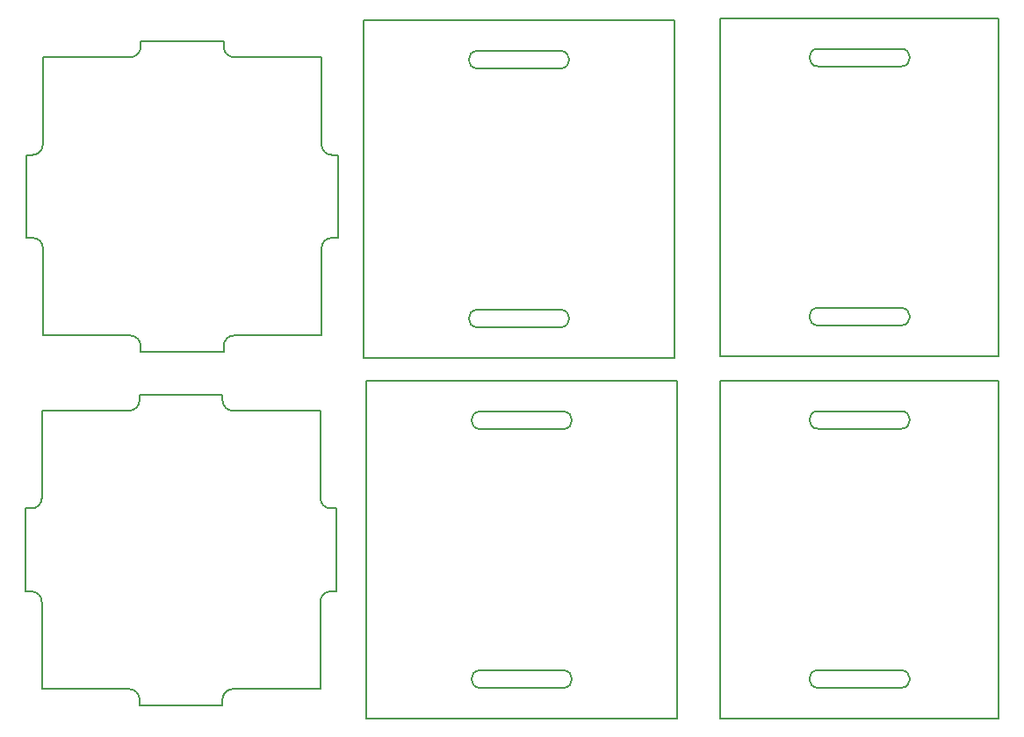
<source format=gbr>
G04 #@! TF.GenerationSoftware,KiCad,Pcbnew,(5.1.2-1)-1*
G04 #@! TF.CreationDate,2019-05-11T16:38:28-07:00*
G04 #@! TF.ProjectId,cube - v2,63756265-202d-4207-9632-2e6b69636164,rev?*
G04 #@! TF.SameCoordinates,Original*
G04 #@! TF.FileFunction,Profile,NP*
%FSLAX46Y46*%
G04 Gerber Fmt 4.6, Leading zero omitted, Abs format (unit mm)*
G04 Created by KiCad (PCBNEW (5.1.2-1)-1) date 2019-05-11 16:38:28*
%MOMM*%
%LPD*%
G04 APERTURE LIST*
%ADD10C,0.200000*%
G04 APERTURE END LIST*
D10*
X154717502Y-110915000D02*
X154717502Y-143485000D01*
X154717502Y-110915000D02*
X181577501Y-110915000D01*
X164147500Y-138850000D02*
X172147501Y-138850000D01*
X164147500Y-115549999D02*
X172147501Y-115550000D01*
X172147501Y-113849998D02*
G75*
G02X172147501Y-115550000I0J-850001D01*
G01*
X164147500Y-113849999D02*
X172147501Y-113849999D01*
X164147500Y-115549998D02*
G75*
G02X164147500Y-113850000I0J849999D01*
G01*
X164147500Y-140550000D02*
X172147501Y-140550000D01*
X172147501Y-138850000D02*
G75*
G02X172147501Y-140550000I0J-850000D01*
G01*
X181577501Y-110915000D02*
X181577501Y-143485000D01*
X154717502Y-143485000D02*
X181577501Y-143485000D01*
X164147500Y-140550000D02*
G75*
G02X164147500Y-138850000I0J850000D01*
G01*
X172147501Y-78881499D02*
G75*
G02X172147501Y-80581501I0J-850001D01*
G01*
X164147500Y-105581501D02*
X172147501Y-105581501D01*
X172147501Y-103881501D02*
G75*
G02X172147501Y-105581501I0J-850000D01*
G01*
X164147500Y-105581501D02*
G75*
G02X164147500Y-103881501I0J850000D01*
G01*
X164147500Y-103881501D02*
X172147501Y-103881501D01*
X181577501Y-75946501D02*
X181577501Y-108516501D01*
X154717502Y-108516501D02*
X181577501Y-108516501D01*
X154717502Y-75946501D02*
X154717502Y-108516501D01*
X154717502Y-75946501D02*
X181577501Y-75946501D01*
X164147500Y-78881500D02*
X172147501Y-78881500D01*
X164147500Y-80581499D02*
G75*
G02X164147500Y-78881501I0J849999D01*
G01*
X164147500Y-80581500D02*
X172147501Y-80581501D01*
X131572999Y-138850000D02*
X139573000Y-138850000D01*
X131572999Y-140550000D02*
G75*
G02X131572999Y-138850000I0J850000D01*
G01*
X150573000Y-110930000D02*
X150573000Y-143500000D01*
X120573000Y-143500000D02*
X150573000Y-143500000D01*
X120573000Y-110930000D02*
X120573000Y-143500000D01*
X120573000Y-110930000D02*
X150573000Y-110930000D01*
X131572999Y-113879999D02*
X139573000Y-113879999D01*
X131572999Y-115580001D02*
G75*
G02X131572999Y-113879999I0J850001D01*
G01*
X131572999Y-115579999D02*
X139573000Y-115579999D01*
X139573000Y-113880000D02*
G75*
G02X139573000Y-115580000I0J-850000D01*
G01*
X131572999Y-140550000D02*
X139573000Y-140550000D01*
X139573000Y-138850000D02*
G75*
G02X139573000Y-140550000I0J-850000D01*
G01*
X131304499Y-80786501D02*
G75*
G02X131304499Y-79086499I0J850001D01*
G01*
X120304500Y-108706500D02*
X150304500Y-108706500D01*
X139304500Y-104056500D02*
G75*
G02X139304500Y-105756500I0J-850000D01*
G01*
X131304499Y-79086499D02*
X139304500Y-79086499D01*
X131304499Y-80786499D02*
X139304500Y-80786499D01*
X120304500Y-76136500D02*
X150304500Y-76136500D01*
X139304500Y-79086500D02*
G75*
G02X139304500Y-80786500I0J-850000D01*
G01*
X120304500Y-76136500D02*
X120304500Y-108706500D01*
X131304499Y-105756500D02*
X139304500Y-105756500D01*
X131304499Y-105756500D02*
G75*
G02X131304499Y-104056500I0J850000D01*
G01*
X131304499Y-104056500D02*
X139304500Y-104056500D01*
X150304500Y-76136500D02*
X150304500Y-108706500D01*
X97837998Y-79692501D02*
X89408000Y-79692500D01*
X98837998Y-78692501D02*
G75*
G02X97837998Y-79692501I-1000000J0D01*
G01*
X98837999Y-78692501D02*
X98837998Y-78122501D01*
X98837998Y-78122501D02*
X106837999Y-78122501D01*
X106837998Y-78692501D02*
X106837999Y-78122501D01*
X107837999Y-79692501D02*
G75*
G02X106837999Y-78692501I0J1000000D01*
G01*
X116267999Y-79692501D02*
X107837999Y-79692501D01*
X116267999Y-79692501D02*
X116267999Y-88122501D01*
X117267999Y-89122502D02*
G75*
G02X116267998Y-88122501I0J1000001D01*
G01*
X117267999Y-89122501D02*
X117837999Y-89122501D01*
X117837999Y-89122501D02*
X117837999Y-97122501D01*
X117267999Y-97122501D02*
X117837999Y-97122501D01*
X116267999Y-98122501D02*
G75*
G02X117267999Y-97122501I1000000J0D01*
G01*
X116267999Y-98122500D02*
X116267999Y-106552501D01*
X116267999Y-106552501D02*
X107837999Y-106552500D01*
X106837998Y-107552501D02*
G75*
G02X107837999Y-106552500I1000001J0D01*
G01*
X106837998Y-107552501D02*
X106837999Y-108122501D01*
X98837998Y-108122501D02*
X106837999Y-108122501D01*
X98837998Y-107552501D02*
X98837998Y-108122501D01*
X97837998Y-106552500D02*
G75*
G02X98837998Y-107552500I0J-1000000D01*
G01*
X97837998Y-106552501D02*
X89408000Y-106552501D01*
X89408000Y-98122501D02*
X89408000Y-106552501D01*
X88407999Y-97122500D02*
G75*
G02X89408000Y-98122501I0J-1000001D01*
G01*
X88407999Y-97122500D02*
X87837999Y-97122500D01*
X87837999Y-89122500D02*
X87837999Y-97122500D01*
X88407999Y-89122501D02*
X87837999Y-89122500D01*
X89407999Y-88122501D02*
G75*
G02X88407999Y-89122501I-1000000J0D01*
G01*
X89408000Y-79692500D02*
X89408000Y-88122501D01*
X98727499Y-112237500D02*
X106727500Y-112237500D01*
X106727499Y-112807500D02*
X106727500Y-112237500D01*
X117727500Y-123237500D02*
X117727500Y-131237500D01*
X116157500Y-132237499D02*
X116157500Y-140667500D01*
X116157500Y-140667500D02*
X107727500Y-140667499D01*
X106727499Y-141667500D02*
G75*
G02X107727500Y-140667499I1000001J0D01*
G01*
X106727499Y-141667500D02*
X106727500Y-142237500D01*
X98727499Y-142237500D02*
X106727500Y-142237500D01*
X98727499Y-141667500D02*
X98727499Y-142237500D01*
X97727499Y-140667499D02*
G75*
G02X98727499Y-141667499I0J-1000000D01*
G01*
X97727499Y-140667500D02*
X89297501Y-140667500D01*
X89297501Y-132237500D02*
X89297501Y-140667500D01*
X88297500Y-131237499D02*
G75*
G02X89297501Y-132237500I0J-1000001D01*
G01*
X88297500Y-131237499D02*
X87727500Y-131237499D01*
X87727500Y-123237499D02*
X87727500Y-131237499D01*
X88297500Y-123237500D02*
X87727500Y-123237499D01*
X89297500Y-122237500D02*
G75*
G02X88297500Y-123237500I-1000000J0D01*
G01*
X89297501Y-113807499D02*
X89297501Y-122237500D01*
X97727499Y-113807500D02*
X89297501Y-113807499D01*
X107727500Y-113807500D02*
G75*
G02X106727500Y-112807500I0J1000000D01*
G01*
X116157500Y-113807500D02*
X107727500Y-113807500D01*
X116157500Y-132237500D02*
G75*
G02X117157500Y-131237500I1000000J0D01*
G01*
X117157500Y-131237500D02*
X117727500Y-131237500D01*
X98727499Y-112807500D02*
G75*
G02X97727499Y-113807500I-1000000J0D01*
G01*
X98727500Y-112807500D02*
X98727499Y-112237500D01*
X117157500Y-123237500D02*
X117727500Y-123237500D01*
X116157500Y-113807500D02*
X116157500Y-122237500D01*
X117157500Y-123237501D02*
G75*
G02X116157499Y-122237500I0J1000001D01*
G01*
M02*

</source>
